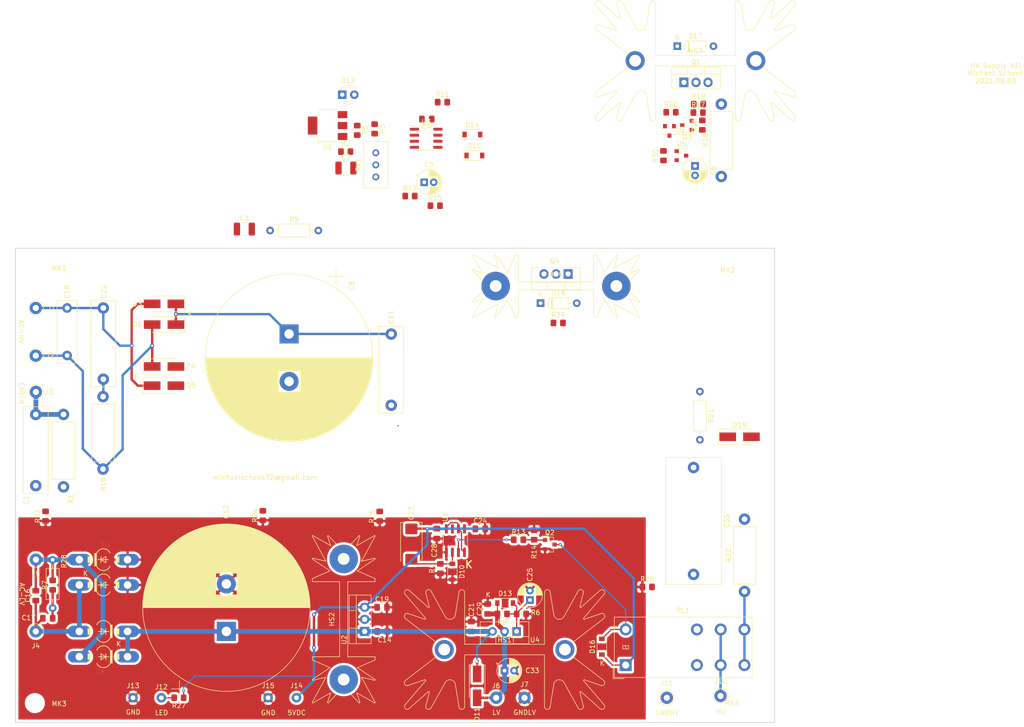
<source format=kicad_pcb>
(kicad_pcb (version 20171130) (host pcbnew "(5.1.10-0-10_14)")
  (layers (0 F.Cu signal) (31 B.Cu signal) (34 B.Paste user) (35 F.Paste user) (36 B.SilkS user) (37 F.SilkS user) (38 B.Mask user) (39 F.Mask user) (44 Edge.Cuts user))
  (net 0 "")
  (net 1 "Net-(C1-Pad1)")
  (net 2 GND_LV)
  (net 3 +5VDC)
  (net 4 "Net-(Q3-Pad1)")
  (net 5 GND_HV)
  (net 6 "Net-(Q2-Pad1)")
  (net 7 HV)
  (net 8 "Net-(C24-Pad1)")
  (net 9 "Net-(C11-Pad2)")
  (net 10 "Net-(C13-Pad1)")
  (net 11 "Net-(C23-Pad2)")
  (net 12 "Net-(C25-Pad1)")
  (net 13 "Net-(C29-Pad1)")
  (net 14 "Net-(J10-Pad1)")
  (net 15 "Net-(J12-Pad1)")
  (net 16 "Net-(R3-Pad2)")
  (net 17 "Net-(R13-Pad1)")
  (net 18 "Net-(C35-Pad1)")
  (net 19 "Net-(D16-Pad2)")
  (net 20 "Net-(C17-Pad2)")
  (net 21 "Net-(C22-Pad1)")
  (net 22 "Net-(C12-Pad1)")
  (net 23 "Net-(C16-Pad2)")
  (net 24 "Net-(C16-Pad1)")
  (net 25 "Net-(C18-Pad2)")
  (net 26 "Net-(C18-Pad1)")
  (net 27 "Net-(C2-Pad2)")
  (net 28 "Net-(C2-Pad1)")
  (net 29 "Net-(C4-Pad2)")
  (net 30 "Net-(C4-Pad1)")
  (net 31 "Net-(C5-Pad2)")
  (net 32 "Net-(C5-Pad1)")
  (net 33 "Net-(C6-Pad1)")
  (net 34 "Net-(D12-Pad1)")
  (net 35 "Net-(D17-Pad2)")
  (net 36 "Net-(D17-Pad1)")
  (net 37 "Net-(D18-Pad1)")
  (net 38 "Net-(Q3-Pad2)")
  (net 39 "Net-(Q5-Pad1)")
  (net 40 "Net-(R3-Pad1)")
  (net 41 "Net-(R11-Pad1)")
  (module Package_SO:SOIC-8_3.9x4.9mm_P1.27mm (layer F.Cu) (at 141.5654 21.9202)
    (fp_text reference U3 (at 0 -3.4) (layer F.SilkS))
    (fp_text value AD8031)
    (pad 8 smd roundrect (at 2.475 -1.905) (size 1.95 0.6) (layers F.Cu F.Paste F.Mask))
    (pad 7 smd roundrect (at 2.475 -0.635) (size 1.95 0.6) (layers F.Cu F.Paste F.Mask) (net 30 "Net-(C4-Pad1)"))
    (pad 6 smd roundrect (at 2.475 0.635) (size 1.95 0.6) (layers F.Cu F.Paste F.Mask) (net 32 "Net-(C5-Pad1)"))
    (pad 5 smd roundrect (at 2.475 1.905) (size 1.95 0.6) (layers F.Cu F.Paste F.Mask))
    (pad 4 smd roundrect (at -2.475 1.905) (size 1.95 0.6) (layers F.Cu F.Paste F.Mask) (net 29 "Net-(C4-Pad2)"))
    (pad 3 smd roundrect (at -2.475 0.635) (size 1.95 0.6) (layers F.Cu F.Paste F.Mask) (net 41 "Net-(R11-Pad1)"))
    (pad 2 smd roundrect (at -2.475 -0.635) (size 1.95 0.6) (layers F.Cu F.Paste F.Mask) (net 29 "Net-(C4-Pad2)"))
    (pad 1 smd roundrect (at -2.475 -1.905) (size 1.95 0.6) (layers F.Cu F.Paste F.Mask))
  )
  (module Package_TO_SOT_SMD:SOT-223-3_TabPin2 (layer F.Cu) (at 120.8024 19.2532 180)
    (fp_text reference U1 (at 0 -4.5) (layer F.SilkS))
    (fp_text value LT3092xST)
    (pad 1 smd rect (at -3.15 -2.3 180) (size 2 1.5) (layers F.Cu F.Paste F.Mask) (net 28 "Net-(C2-Pad1)"))
    (pad 3 smd rect (at -3.15 2.3 180) (size 2 1.5) (layers F.Cu F.Paste F.Mask) (net 34 "Net-(D12-Pad1)"))
    (pad 2 smd rect (at -3.15 0 180) (size 2 1.5) (layers F.Cu F.Paste F.Mask) (net 40 "Net-(R3-Pad1)"))
    (pad 2 smd rect (at 3.15 0 180) (size 2 3.8) (layers F.Cu F.Paste F.Mask) (net 40 "Net-(R3-Pad1)"))
  )
  (module Potentiometer_THT:Potentiometer_Bourns_3296W_Vertical (layer F.Cu) (at 130.9624 24.9936 90)
    (fp_text reference RV1 (at -2.54 -3.66 90) (layer F.SilkS))
    (fp_text value 5k)
    (pad 3 thru_hole circle (at -5.08 0 90) (size 1.44 1.44) (drill 0.8) (layers *.Cu *.Mask) (net 27 "Net-(C2-Pad2)"))
    (pad 2 thru_hole circle (at -2.54 0 90) (size 1.44 1.44) (drill 0.8) (layers *.Cu *.Mask) (net 27 "Net-(C2-Pad2)"))
    (pad 1 thru_hole circle (at 0 0 90) (size 1.44 1.44) (drill 0.8) (layers *.Cu *.Mask) (net 16 "Net-(R3-Pad2)"))
  )
  (module Resistor_SMD:R_0805_2012Metric_Pad1.20x1.40mm_HandSolder (layer F.Cu) (at 191.532 25.5905 90)
    (fp_text reference R30 (at 0 -1.65 90) (layer F.SilkS))
    (fp_text value "1k2 1/8W")
    (pad 2 smd roundrect (at 1 0 90) (size 1.2 1.4) (layers F.Cu F.Paste F.Mask) (roundrect_rratio 0.208333) (net 39 "Net-(Q5-Pad1)"))
    (pad 1 smd roundrect (at -1 0 90) (size 1.2 1.4) (layers F.Cu F.Paste F.Mask) (roundrect_rratio 0.208333) (net 37 "Net-(D18-Pad1)"))
  )
  (module Resistor_SMD:R_0805_2012Metric_Pad1.20x1.40mm_HandSolder (layer F.Cu) (at 169.3672 60.8076)
    (fp_text reference R29 (at 0 -1.65) (layer F.SilkS))
    (fp_text value "1k 1/8W")
    (pad 2 smd roundrect (at 1 0) (size 1.2 1.4) (layers F.Cu F.Paste F.Mask) (roundrect_rratio 0.208333) (net 37 "Net-(D18-Pad1)"))
    (pad 1 smd roundrect (at -1 0) (size 1.2 1.4) (layers F.Cu F.Paste F.Mask) (roundrect_rratio 0.208333) (net 30 "Net-(C4-Pad1)"))
  )
  (module Resistor_SMD:R_0805_2012Metric_Pad1.20x1.40mm_HandSolder (layer F.Cu) (at 193.1195 16.4465)
    (fp_text reference R20 (at 0 -1.65) (layer F.SilkS))
    (fp_text value "6R8 1/8W")
    (pad 2 smd roundrect (at 1 0) (size 1.2 1.4) (layers F.Cu F.Paste F.Mask) (roundrect_rratio 0.208333) (net 38 "Net-(Q3-Pad2)"))
    (pad 1 smd roundrect (at -1 0) (size 1.2 1.4) (layers F.Cu F.Paste F.Mask) (roundrect_rratio 0.208333) (net 29 "Net-(C4-Pad2)"))
  )
  (module Resistor_SMD:R_0805_2012Metric_Pad1.20x1.40mm_HandSolder (layer F.Cu) (at 198.898 14.732)
    (fp_text reference R19 (at 0 -1.65) (layer F.SilkS))
    (fp_text value "22R 1/8W")
    (pad 2 smd roundrect (at 1 0) (size 1.2 1.4) (layers F.Cu F.Paste F.Mask) (roundrect_rratio 0.208333) (net 35 "Net-(D17-Pad2)"))
    (pad 1 smd roundrect (at -1 0) (size 1.2 1.4) (layers F.Cu F.Paste F.Mask) (roundrect_rratio 0.208333) (net 33 "Net-(C6-Pad1)"))
  )
  (module Resistor_THT:R_Axial_DIN0414_L11.9mm_D4.5mm_P15.24mm_Horizontal (layer F.Cu) (at 203.708 29.972 90)
    (fp_text reference R18 (at 7.62 -3.37 90) (layer F.SilkS))
    (fp_text value 2.2R/2W)
    (pad 2 thru_hole oval (at 15.24 0 90) (size 2.4 2.4) (drill 1.2) (layers *.Cu *.Mask) (net 35 "Net-(D17-Pad2)"))
    (pad 1 thru_hole circle (at 0 0 90) (size 2.4 2.4) (drill 1.2) (layers *.Cu *.Mask) (net 29 "Net-(C4-Pad2)"))
  )
  (module Resistor_SMD:R_0805_2012Metric_Pad1.20x1.40mm_HandSolder (layer F.Cu) (at 198.8345 16.51)
    (fp_text reference R17 (at 0 -1.65) (layer F.SilkS))
    (fp_text value "22R 1/8W")
    (pad 2 smd roundrect (at 1 0) (size 1.2 1.4) (layers F.Cu F.Paste F.Mask) (roundrect_rratio 0.208333) (net 35 "Net-(D17-Pad2)"))
    (pad 1 smd roundrect (at -1 0) (size 1.2 1.4) (layers F.Cu F.Paste F.Mask) (roundrect_rratio 0.208333) (net 38 "Net-(Q3-Pad2)"))
  )
  (module Resistor_SMD:R_0805_2012Metric_Pad1.20x1.40mm_HandSolder (layer F.Cu) (at 199.7075 19.161 90)
    (fp_text reference R16 (at 0 -1.65 90) (layer F.SilkS))
    (fp_text value "1k 1/8W")
    (pad 2 smd roundrect (at 1 0 90) (size 1.2 1.4) (layers F.Cu F.Paste F.Mask) (roundrect_rratio 0.208333) (net 35 "Net-(D17-Pad2)"))
    (pad 1 smd roundrect (at -1 0 90) (size 1.2 1.4) (layers F.Cu F.Paste F.Mask) (roundrect_rratio 0.208333) (net 4 "Net-(Q3-Pad1)"))
  )
  (module Resistor_SMD:R_0805_2012Metric_Pad1.20x1.40mm_HandSolder (layer F.Cu) (at 143.4752 36.1188)
    (fp_text reference R15 (at 0 -1.65) (layer F.SilkS))
    (fp_text value "220R 1/8W")
    (pad 2 smd roundrect (at 1 0) (size 1.2 1.4) (layers F.Cu F.Paste F.Mask) (roundrect_rratio 0.208333) (net 36 "Net-(D17-Pad1)"))
    (pad 1 smd roundrect (at -1 0) (size 1.2 1.4) (layers F.Cu F.Paste F.Mask) (roundrect_rratio 0.208333) (net 31 "Net-(C5-Pad2)"))
  )
  (module Resistor_SMD:R_0805_2012Metric_Pad1.20x1.40mm_HandSolder (layer F.Cu) (at 138.16 34.0868)
    (fp_text reference R12 (at 0 -1.65) (layer F.SilkS))
    (fp_text value "3.9k 1/8W")
    (pad 2 smd roundrect (at 1 0) (size 1.2 1.4) (layers F.Cu F.Paste F.Mask) (roundrect_rratio 0.208333) (net 36 "Net-(D17-Pad1)"))
    (pad 1 smd roundrect (at -1 0) (size 1.2 1.4) (layers F.Cu F.Paste F.Mask) (roundrect_rratio 0.208333) (net 32 "Net-(C5-Pad1)"))
  )
  (module Resistor_SMD:R_0805_2012Metric_Pad1.20x1.40mm_HandSolder (layer F.Cu) (at 144.9992 14.3256)
    (fp_text reference R11 (at 0 -1.65) (layer F.SilkS))
    (fp_text value "100R 1/8W")
    (pad 2 smd roundrect (at 1 0) (size 1.2 1.4) (layers F.Cu F.Paste F.Mask) (roundrect_rratio 0.208333) (net 27 "Net-(C2-Pad2)"))
    (pad 1 smd roundrect (at -1 0) (size 1.2 1.4) (layers F.Cu F.Paste F.Mask) (roundrect_rratio 0.208333) (net 41 "Net-(R11-Pad1)"))
  )
  (module Resistor_SMD:R_0805_2012Metric_Pad1.20x1.40mm_HandSolder (layer F.Cu) (at 127.0508 20.2532 270)
    (fp_text reference R8 (at 0 -1.65 90) (layer F.SilkS))
    (fp_text value "1k5 1/8W")
    (pad 2 smd roundrect (at 1 0 270) (size 1.2 1.4) (layers F.Cu F.Paste F.Mask) (roundrect_rratio 0.208333) (net 27 "Net-(C2-Pad2)"))
    (pad 1 smd roundrect (at -1 0 270) (size 1.2 1.4) (layers F.Cu F.Paste F.Mask) (roundrect_rratio 0.208333) (net 40 "Net-(R3-Pad1)"))
  )
  (module Resistor_THT:R_Axial_DIN0207_L6.3mm_D2.5mm_P10.16mm_Horizontal (layer F.Cu) (at 108.712 41.3512)
    (fp_text reference R5 (at 5.08 -2.37) (layer F.SilkS))
    (fp_text value 220K/0.6W)
    (pad 2 thru_hole oval (at 10.16 0) (size 1.6 1.6) (drill 0.8) (layers *.Cu *.Mask) (net 5 GND_HV))
    (pad 1 thru_hole circle (at 0 0) (size 1.6 1.6) (drill 0.8) (layers *.Cu *.Mask) (net 27 "Net-(C2-Pad2)"))
  )
  (module Resistor_SMD:R_0805_2012Metric_Pad1.20x1.40mm_HandSolder (layer F.Cu) (at 130.7084 19.9484 270)
    (fp_text reference R3 (at 0 -1.65 90) (layer F.SilkS))
    (fp_text value "1k8 1/8W")
    (pad 2 smd roundrect (at 1 0 270) (size 1.2 1.4) (layers F.Cu F.Paste F.Mask) (roundrect_rratio 0.208333) (net 16 "Net-(R3-Pad2)"))
    (pad 1 smd roundrect (at -1 0 270) (size 1.2 1.4) (layers F.Cu F.Paste F.Mask) (roundrect_rratio 0.208333) (net 40 "Net-(R3-Pad1)"))
  )
  (module Resistor_SMD:R_0805_2012Metric_Pad1.20x1.40mm_HandSolder (layer F.Cu) (at 124.6284 24.7396)
    (fp_text reference R2 (at 0 -1.65) (layer F.SilkS))
    (fp_text value "56k 1/8W")
    (pad 2 smd roundrect (at 1 0) (size 1.2 1.4) (layers F.Cu F.Paste F.Mask) (roundrect_rratio 0.208333) (net 27 "Net-(C2-Pad2)"))
    (pad 1 smd roundrect (at -1 0) (size 1.2 1.4) (layers F.Cu F.Paste F.Mask) (roundrect_rratio 0.208333) (net 28 "Net-(C2-Pad1)"))
  )
  (module Package_TO_SOT_SMD:SOT-23 (layer F.Cu) (at 192.7885 20.3675 270)
    (fp_text reference Q6 (at 0 -2.5 90) (layer F.SilkS))
    (fp_text value BC850)
    (pad 3 smd rect (at 1 0 270) (size 0.9 0.8) (layers F.Cu F.Paste F.Mask) (net 39 "Net-(Q5-Pad1)"))
    (pad 2 smd rect (at -1 0.95 270) (size 0.9 0.8) (layers F.Cu F.Paste F.Mask) (net 29 "Net-(C4-Pad2)"))
    (pad 1 smd rect (at -1 -0.95 270) (size 0.9 0.8) (layers F.Cu F.Paste F.Mask) (net 33 "Net-(C6-Pad1)"))
  )
  (module Package_TO_SOT_SMD:SOT-23 (layer F.Cu) (at 195.31 25.588)
    (fp_text reference Q5 (at 0 -2.5) (layer F.SilkS))
    (fp_text value BC860)
    (pad 3 smd rect (at 1 0) (size 0.9 0.8) (layers F.Cu F.Paste F.Mask) (net 33 "Net-(C6-Pad1)"))
    (pad 2 smd rect (at -1 0.95) (size 0.9 0.8) (layers F.Cu F.Paste F.Mask) (net 37 "Net-(D18-Pad1)"))
    (pad 1 smd rect (at -1 -0.95) (size 0.9 0.8) (layers F.Cu F.Paste F.Mask) (net 39 "Net-(Q5-Pad1)"))
  )
  (module Package_TO_SOT_SMD:SOT-23 (layer F.Cu) (at 196.485 19.1795 180)
    (fp_text reference Q3 (at 0 -2.5) (layer F.SilkS))
    (fp_text value BC850)
    (pad 3 smd rect (at 1 0 180) (size 0.9 0.8) (layers F.Cu F.Paste F.Mask) (net 36 "Net-(D17-Pad1)"))
    (pad 2 smd rect (at -1 0.95 180) (size 0.9 0.8) (layers F.Cu F.Paste F.Mask) (net 38 "Net-(Q3-Pad2)"))
    (pad 1 smd rect (at -1 -0.95 180) (size 0.9 0.8) (layers F.Cu F.Paste F.Mask) (net 4 "Net-(Q3-Pad1)"))
  )
  (module Package_TO_SOT_THT:TO-220-3_Vertical (layer F.Cu) (at 195.834 10.16)
    (fp_text reference Q1 (at 2.54 -4.27) (layer F.SilkS))
    (fp_text value FDP12N60NZ)
    (pad 3 thru_hole oval (at 5.08 0) (size 1.905 2) (drill 1.1) (layers *.Cu *.Mask) (net 35 "Net-(D17-Pad2)"))
    (pad 2 thru_hole oval (at 2.54 0) (size 1.905 2) (drill 1.1) (layers *.Cu *.Mask) (net 9 "Net-(C11-Pad2)"))
    (pad 1 thru_hole rect (at 0 0) (size 1.905 2) (drill 1.1) (layers *.Cu *.Mask) (net 36 "Net-(D17-Pad1)"))
  )
  (module Heatsink:Heatsink_Fischer_SK104-STC-STIC_35x13mm_2xDrill2.5mm (layer F.Cu) (at 168.91 53.0352)
    (fp_text reference HS4 (at -0.025 -2.5) (layer F.SilkS))
    (fp_text value Heatsink)
    (pad 1 thru_hole circle (at -12.7 0 180) (size 6 6) (drill 2.5) (layers *.Cu *.Mask))
    (pad 1 thru_hole circle (at 12.7 0) (size 6 6) (drill 2.5) (layers *.Cu *.Mask))
  )
  (module Heatsink:Heatsink_Fischer_SK129-STS_42x25mm_2xDrill2.5mm (layer F.Cu) (at 198.2724 5.588)
    (fp_text reference HS3 (at 0 -2) (layer F.SilkS))
    (fp_text value Heatsink)
    (pad 1 thru_hole circle (at -12.7 0 180) (size 4 4) (drill 2.5) (layers *.Cu *.Mask))
    (pad 1 thru_hole circle (at 12.7 0) (size 4 4) (drill 2.5) (layers *.Cu *.Mask))
  )
  (module Diode_SMD:D_SMA_Handsoldering (layer F.Cu) (at 207.558 84.7725)
    (fp_text reference D19 (at 0 -2.5) (layer F.SilkS))
    (fp_text value 1N4007)
    (pad 2 smd rect (at 2.5 0) (size 3.5 1.8) (layers F.Cu F.Paste F.Mask) (net 5 GND_HV))
    (pad 1 smd rect (at -2.5 0) (size 3.5 1.8) (layers F.Cu F.Paste F.Mask) (net 29 "Net-(C4-Pad2)"))
  )
  (module Diode_THT:D_DO-35_SOD27_P7.62mm_Horizontal (layer F.Cu) (at 165.6588 56.642)
    (fp_text reference D18 (at 3.81 -2.12) (layer F.SilkS))
    (fp_text value BZX79C5V6)
    (fp_text user K (at 0 -1.8) (layer F.SilkS))
    (pad 2 thru_hole oval (at 7.62 0) (size 1.6 1.6) (drill 0.8) (layers *.Cu *.Mask) (net 29 "Net-(C4-Pad2)"))
    (pad 1 thru_hole rect (at 0 0) (size 1.6 1.6) (drill 0.8) (layers *.Cu *.Mask) (net 37 "Net-(D18-Pad1)"))
  )
  (module Diode_THT:D_DO-35_SOD27_P7.62mm_Horizontal (layer F.Cu) (at 194.437 2.54)
    (fp_text reference D17 (at 3.81 -2.12) (layer F.SilkS))
    (fp_text value BZX79C12)
    (fp_text user K (at 0 -1.8) (layer F.SilkS))
    (pad 2 thru_hole oval (at 7.62 0) (size 1.6 1.6) (drill 0.8) (layers *.Cu *.Mask) (net 35 "Net-(D17-Pad2)"))
    (pad 1 thru_hole rect (at 0 0) (size 1.6 1.6) (drill 0.8) (layers *.Cu *.Mask) (net 36 "Net-(D17-Pad1)"))
  )
  (module Diode_SMD:D_SOD-123 (layer F.Cu) (at 151.7132 25.5524)
    (fp_text reference D15 (at 0 -2) (layer F.SilkS))
    (fp_text value BAT42W-V)
    (pad 2 smd rect (at 1.65 0) (size 0.9 1.2) (layers F.Cu F.Paste F.Mask) (net 29 "Net-(C4-Pad2)"))
    (pad 1 smd rect (at -1.65 0) (size 0.9 1.2) (layers F.Cu F.Paste F.Mask) (net 27 "Net-(C2-Pad2)"))
  )
  (module Diode_SMD:D_SOD-123 (layer F.Cu) (at 151.3068 21.1328)
    (fp_text reference D14 (at 0 -2) (layer F.SilkS))
    (fp_text value BAT42W-V)
    (pad 2 smd rect (at 1.65 0) (size 0.9 1.2) (layers F.Cu F.Paste F.Mask) (net 27 "Net-(C2-Pad2)"))
    (pad 1 smd rect (at -1.65 0) (size 0.9 1.2) (layers F.Cu F.Paste F.Mask) (net 29 "Net-(C4-Pad2)"))
  )
  (module LED_THT:LED_D3.0mm (layer F.Cu) (at 123.9012 12.7508)
    (fp_text reference D12 (at 1.27 -2.96) (layer F.SilkS))
    (fp_text value LED)
    (pad 2 thru_hole circle (at 2.54 0) (size 1.8 1.8) (drill 0.9) (layers *.Cu *.Mask) (net 30 "Net-(C4-Pad1)"))
    (pad 1 thru_hole rect (at 0 0) (size 1.8 1.8) (drill 0.9) (layers *.Cu *.Mask) (net 34 "Net-(D12-Pad1)"))
  )
  (module Capacitor_THT:C_Rect_L26.5mm_W11.5mm_P22.50mm_MKS4 (layer F.Cu) (at 197.866 91.2495 270)
    (fp_text reference C35 (at 11.25 -7 90) (layer F.SilkS))
    (fp_text value 1uF/630V)
    (pad 2 thru_hole circle (at 22.5 0 270) (size 2.4 2.4) (drill 1.2) (layers *.Cu *.Mask) (net 5 GND_HV))
    (pad 1 thru_hole circle (at 0 0 270) (size 2.4 2.4) (drill 1.2) (layers *.Cu *.Mask) (net 18 "Net-(C35-Pad1)"))
  )
  (module Capacitor_THT:CP_Radial_D5.0mm_P2.00mm (layer F.Cu) (at 198.1835 27.7495 270)
    (fp_text reference C6 (at 1 -3.75 90) (layer F.SilkS))
    (fp_text value 10uF/35V)
    (pad 2 thru_hole circle (at 2 0 270) (size 1.6 1.6) (drill 0.8) (layers *.Cu *.Mask) (net 29 "Net-(C4-Pad2)"))
    (pad 1 thru_hole rect (at 0 0 270) (size 1.6 1.6) (drill 0.8) (layers *.Cu *.Mask) (net 33 "Net-(C6-Pad1)"))
  )
  (module Capacitor_THT:CP_Radial_D5.0mm_P2.00mm (layer F.Cu) (at 141.1544 31.1912)
    (fp_text reference C5 (at 1 -3.75) (layer F.SilkS))
    (fp_text value 33uF/35V)
    (pad 2 thru_hole circle (at 2 0) (size 1.6 1.6) (drill 0.8) (layers *.Cu *.Mask) (net 31 "Net-(C5-Pad2)"))
    (pad 1 thru_hole rect (at 0 0) (size 1.6 1.6) (drill 0.8) (layers *.Cu *.Mask) (net 32 "Net-(C5-Pad1)"))
  )
  (module Capacitor_SMD:C_0805_2012Metric_Pad1.18x1.45mm_HandSolder (layer F.Cu) (at 141.7105 17.8816 180)
    (fp_text reference C4 (at 0 -1.68) (layer F.SilkS))
    (fp_text value 1uF/50V)
    (pad 2 smd roundrect (at 1.0375 0 180) (size 1.175 1.45) (layers F.Cu F.Paste F.Mask) (roundrect_rratio 0.212766) (net 29 "Net-(C4-Pad2)"))
    (pad 1 smd roundrect (at -1.0375 0 180) (size 1.175 1.45) (layers F.Cu F.Paste F.Mask) (roundrect_rratio 0.212766) (net 30 "Net-(C4-Pad1)"))
  )
  (module Capacitor_SMD:C_1210_3225Metric_Pad1.33x2.70mm_HandSolder (layer F.Cu) (at 103.2887 41.0464)
    (fp_text reference C3 (at 0 -2.3) (layer F.SilkS))
    (fp_text value 47nF/630V)
    (pad 2 smd roundrect (at 1.5625 0) (size 1.325 2.7) (layers F.Cu F.Paste F.Mask) (roundrect_rratio 0.188679) (net 5 GND_HV))
    (pad 1 smd roundrect (at -1.5625 0) (size 1.325 2.7) (layers F.Cu F.Paste F.Mask) (roundrect_rratio 0.188679) (net 27 "Net-(C2-Pad2)"))
  )
  (module Capacitor_SMD:C_1210_3225Metric_Pad1.33x2.70mm_HandSolder (layer F.Cu) (at 124.6755 28.194)
    (fp_text reference C2 (at 0 -2.3) (layer F.SilkS))
    (fp_text value 3.3uF/50V)
    (pad 2 smd roundrect (at 1.5625 0) (size 1.325 2.7) (layers F.Cu F.Paste F.Mask) (roundrect_rratio 0.188679) (net 27 "Net-(C2-Pad2)"))
    (pad 1 smd roundrect (at -1.5625 0) (size 1.325 2.7) (layers F.Cu F.Paste F.Mask) (roundrect_rratio 0.188679) (net 28 "Net-(C2-Pad1)"))
  )
  (module Resistor_THT:R_Axial_DIN0207_L6.3mm_D2.5mm_P10.16mm_Horizontal (layer F.Cu) (at 62.9285 120.8405 90)
    (fp_text reference R28 (at 9.8425 2.413 90) (layer F.SilkS))
    (fp_text value Rs/0.6W)
    (pad 2 thru_hole oval (at 10.16 0 90) (size 1.6 1.6) (drill 0.8) (layers *.Cu *.Mask) (net 23 "Net-(C16-Pad2)"))
    (pad 1 thru_hole circle (at 0 0 90) (size 1.6 1.6) (drill 0.8) (layers *.Cu *.Mask) (net 20 "Net-(C17-Pad2)"))
  )
  (module Capacitor_THT:C_Rect_L18.0mm_W5.0mm_P15.00mm_FKS3_FKP3 (layer F.Cu) (at 73.5965 72.658 90)
    (fp_text reference C22 (at 18.429 0.127 90) (layer F.SilkS))
    (fp_text value Cs/150nF/630V)
    (pad 2 thru_hole circle (at 15 0 90) (size 2.4 2.4) (drill 1.2) (layers *.Cu *.Mask) (net 25 "Net-(C18-Pad2)"))
    (pad 1 thru_hole circle (at 0 0 90) (size 2.4 2.4) (drill 1.2) (layers *.Cu *.Mask) (net 21 "Net-(C22-Pad1)"))
  )
  (module Resistor_THT:R_Axial_DIN0414_L11.9mm_D4.5mm_P15.24mm_Horizontal (layer F.Cu) (at 73.533 76.327 270)
    (fp_text reference R10 (at 18.4785 -0.127 90) (layer F.SilkS))
    (fp_text value Rs/2W)
    (pad 2 thru_hole oval (at 15.24 0 270) (size 2.4 2.4) (drill 1.2) (layers *.Cu *.Mask) (net 26 "Net-(C18-Pad1)"))
    (pad 1 thru_hole circle (at 0 0 270) (size 2.4 2.4) (drill 1.2) (layers *.Cu *.Mask) (net 21 "Net-(C22-Pad1)"))
  )
  (module Capacitor_THT:C_Rect_L13.0mm_W4.0mm_P10.00mm_FKS3_FKP3_MKS4 (layer F.Cu) (at 65.9765 67.658 90)
    (fp_text reference C18 (at 13.3655 0 90) (layer F.SilkS))
    (fp_text value Cx/10nF/630V)
    (pad 2 thru_hole circle (at 10 0 90) (size 2 2) (drill 1) (layers *.Cu *.Mask) (net 25 "Net-(C18-Pad2)"))
    (pad 1 thru_hole circle (at 0 0 90) (size 2 2) (drill 1) (layers *.Cu *.Mask) (net 26 "Net-(C18-Pad1)"))
  )
  (module Resistor_SMD:R_0805_2012Metric_Pad1.20x1.40mm_HandSolder (layer F.Cu) (at 62.9285 115.9985 90)
    (fp_text reference R7 (at 0 -1.65 90) (layer F.SilkS))
    (fp_text value Rs/1/8W)
    (pad 2 smd roundrect (at 1 0 90) (size 1.2 1.4) (layers F.Cu F.Paste F.Mask) (roundrect_rratio 0.2083325) (net 23 "Net-(C16-Pad2)"))
    (pad 1 smd roundrect (at -1 0 90) (size 1.2 1.4) (layers F.Cu F.Paste F.Mask) (roundrect_rratio 0.2083325) (net 20 "Net-(C17-Pad2)"))
  )
  (module Capacitor_SMD:C_0805_2012Metric_Pad1.18x1.45mm_HandSolder (layer F.Cu) (at 61.891 122.9995)
    (fp_text reference C17 (at -4.022 -0.127) (layer F.SilkS))
    (fp_text value Cs/150nF/50V)
    (pad 2 smd roundrect (at 1.0375 0) (size 1.175 1.45) (layers F.Cu F.Paste F.Mask) (roundrect_rratio 0.2127659574468085) (net 20 "Net-(C17-Pad2)"))
    (pad 1 smd roundrect (at -1.0375 0) (size 1.175 1.45) (layers F.Cu F.Paste F.Mask) (roundrect_rratio 0.2127659574468085) (net 24 "Net-(C16-Pad1)"))
  )
  (module Capacitor_SMD:C_0805_2012Metric_Pad1.18x1.45mm_HandSolder (layer F.Cu) (at 59.3725 118.2155 90)
    (fp_text reference C16 (at 0 -1.68 90) (layer F.SilkS))
    (fp_text value Cx/10nF/50V)
    (pad 2 smd roundrect (at 1.0375 0 90) (size 1.175 1.45) (layers F.Cu F.Paste F.Mask) (roundrect_rratio 0.2127659574468085) (net 23 "Net-(C16-Pad2)"))
    (pad 1 smd roundrect (at -1.0375 0 90) (size 1.175 1.45) (layers F.Cu F.Paste F.Mask) (roundrect_rratio 0.2127659574468085) (net 24 "Net-(C16-Pad1)"))
  )
  (module Heatsink:Heatsink_Fischer_SK104-STC-STIC_35x13mm_2xDrill2.5mm (layer F.Cu) (at 124.206 123.19 90)
    (fp_text reference HS2 (at -0.025 -2.5 90) (layer F.SilkS))
    (fp_text value Heatsink)
    (pad 1 thru_hole circle (at -12.7 0 270) (size 6 6) (drill 2.5) (layers *.Cu *.Mask))
    (pad 1 thru_hole circle (at 12.7 0 90) (size 6 6) (drill 2.5) (layers *.Cu *.Mask))
  )
  (module Package_TO_SOT_SMD:SOT-23 (layer F.Cu) (at 167.602 107.465)
    (fp_text reference Q2 (at 0 -2.5) (layer F.SilkS))
    (fp_text value MMBT3904-TP)
    (pad 3 smd rect (at 1 0) (size 0.9 0.8) (layers F.Cu F.Paste F.Mask) (net 19 "Net-(D16-Pad2)"))
    (pad 2 smd rect (at -1 0.95) (size 0.9 0.8) (layers F.Cu F.Paste F.Mask) (net 2 GND_LV))
    (pad 1 smd rect (at -1 -0.95) (size 0.9 0.8) (layers F.Cu F.Paste F.Mask) (net 6 "Net-(Q2-Pad1)"))
  )
  (module Capacitor_THT:CP_Radial_D35.0mm_P10.00mm_SnapIn (layer F.Cu) (at 99.5045 125.753 90)
    (fp_text reference C12 (at 25.169 -0.0635 90) (layer F.SilkS))
    (fp_text value 22000uF/25V)
    (pad 2 thru_hole circle (at 10 0 90) (size 4 4) (drill 2) (layers *.Cu *.Mask) (net 2 GND_LV))
    (pad 1 thru_hole rect (at 0 0 90) (size 4 4) (drill 2) (layers *.Cu *.Mask) (net 22 "Net-(C12-Pad1)"))
  )
  (module Package_TO_SOT_THT:TO-220-3_Vertical (layer F.Cu) (at 128.613 125.753 90)
    (fp_text reference U2 (at -1.778 -4.318 90) (layer F.SilkS))
    (fp_text value LM7805_TO220)
    (pad 1 thru_hole rect (at 0 0 90) (size 1.905 2) (drill 1.1) (layers *.Cu *.Mask) (net 22 "Net-(C12-Pad1)"))
    (pad 2 thru_hole oval (at 2.54 0 90) (size 1.905 2) (drill 1.1) (layers *.Cu *.Mask) (net 2 GND_LV))
    (pad 3 thru_hole oval (at 5.08 0 90) (size 1.905 2) (drill 1.1) (layers *.Cu *.Mask) (net 3 +5VDC))
  )
  (module Heatsink:Heatsink_Fischer_SK129-STS_42x25mm_2xDrill2.5mm (layer F.Cu) (at 158.077 129.563)
    (fp_text reference HS1 (at 0 -2) (layer F.SilkS))
    (fp_text value Heatsink)
    (pad 1 thru_hole circle (at -12.7 0 180) (size 4 4) (drill 2.5) (layers *.Cu *.Mask))
    (pad 1 thru_hole circle (at 12.7 0) (size 4 4) (drill 2.5) (layers *.Cu *.Mask))
  )
  (module Diode_SMD:D_SMA_Handsoldering (layer F.Cu) (at 152.2985 137.223 270)
    (fp_text reference D11 (at 5.9695 0.0255 90) (layer F.SilkS))
    (fp_text value 1N4007)
    (pad 2 smd rect (at 2.5 0 270) (size 3.5 1.8) (layers F.Cu F.Paste F.Mask) (net 13 "Net-(C29-Pad1)"))
    (pad 1 smd rect (at -2.5 0 270) (size 3.5 1.8) (layers F.Cu F.Paste F.Mask) (net 22 "Net-(C12-Pad1)"))
  )
  (module Resistor_THT:R_Axial_DIN0414_L11.9mm_D4.5mm_P15.24mm_Horizontal (layer F.Cu) (at 208.5975 117.348 90)
    (fp_text reference R22 (at 7.62 -3.37 90) (layer F.SilkS))
    (fp_text value 330R/2W)
    (pad 2 thru_hole oval (at 15.24 0 90) (size 2.4 2.4) (drill 1.2) (layers *.Cu *.Mask) (net 29 "Net-(C4-Pad2)"))
    (pad 1 thru_hole circle (at 0 0 90) (size 2.4 2.4) (drill 1.2) (layers *.Cu *.Mask) (net 7 HV))
  )
  (module kicad-snk:SOD64-10 (layer F.Cu) (at 73.622 110.64)
    (fp_text reference D2 (at 0.63569 -3.17845) (layer F.SilkS) (effects (font (size 1.001087 1.001087) (thickness 0.015))))
    (fp_text value BYV98-200)
    (pad 1 thru_hole oval (at -5.08 0) (size 4.8006 2.4003) (drill 1.6002) (layers *.Cu *.Mask) (net 23 "Net-(C16-Pad2)"))
    (pad 2 thru_hole oval (at 5.08 0) (size 4.8006 2.4003) (drill 1.6002) (layers *.Cu *.Mask) (net 2 GND_LV))
  )
  (module kicad-snk:SOD64-10 (layer F.Cu) (at 73.622 131.087 180)
    (fp_text reference D8 (at 0.63569 -3.17845) (layer F.SilkS) (effects (font (size 1.001087 1.001087) (thickness 0.015))))
    (fp_text value BYV98-200)
    (pad 1 thru_hole oval (at -5.08 0 180) (size 4.8006 2.4003) (drill 1.6002) (layers *.Cu *.Mask) (net 22 "Net-(C12-Pad1)"))
    (pad 2 thru_hole oval (at 5.08 0 180) (size 4.8006 2.4003) (drill 1.6002) (layers *.Cu *.Mask) (net 23 "Net-(C16-Pad2)"))
  )
  (module kicad-snk:SOD64-10 (layer F.Cu) (at 73.622 125.753 180)
    (fp_text reference D7 (at 0.63569 -3.17845) (layer F.SilkS) (effects (font (size 1.001087 1.001087) (thickness 0.015))))
    (fp_text value BYV98-200)
    (pad 1 thru_hole oval (at -5.08 0 180) (size 4.8006 2.4003) (drill 1.6002) (layers *.Cu *.Mask) (net 22 "Net-(C12-Pad1)"))
    (pad 2 thru_hole oval (at 5.08 0 180) (size 4.8006 2.4003) (drill 1.6002) (layers *.Cu *.Mask) (net 24 "Net-(C16-Pad1)"))
  )
  (module kicad-snk:SOD64-10 (layer F.Cu) (at 73.622 115.974)
    (fp_text reference D1 (at 0.63569 -3.17845) (layer F.SilkS) (effects (font (size 1.001087 1.001087) (thickness 0.015))))
    (fp_text value BYV98-200)
    (pad 1 thru_hole oval (at -5.08 0) (size 4.8006 2.4003) (drill 1.6002) (layers *.Cu *.Mask) (net 24 "Net-(C16-Pad1)"))
    (pad 2 thru_hole oval (at 5.08 0) (size 4.8006 2.4003) (drill 1.6002) (layers *.Cu *.Mask) (net 2 GND_LV))
  )
  (module Diode_SMD:D_SOD-123 (layer F.Cu) (at 158.203 119.784)
    (fp_text reference D13 (at 0 -2) (layer F.SilkS))
    (fp_text value 1N4148W)
    (pad 2 smd rect (at 1.65 0) (size 0.9 1.2) (layers F.Cu F.Paste F.Mask) (net 12 "Net-(C25-Pad1)"))
    (pad 1 smd rect (at -1.65 0) (size 0.9 1.2) (layers F.Cu F.Paste F.Mask) (net 13 "Net-(C29-Pad1)"))
  )
  (module Capacitor_THT:CP_Radial_D5.0mm_P2.00mm (layer F.Cu) (at 163.411 119.149 90)
    (fp_text reference C25 (at 5.334 0 90) (layer F.SilkS))
    (fp_text value 10uF/25V)
    (pad 2 thru_hole circle (at 2 0 90) (size 1.6 1.6) (drill 0.8) (layers *.Cu *.Mask) (net 2 GND_LV))
    (pad 1 thru_hole rect (at 0 0 90) (size 1.6 1.6) (drill 0.8) (layers *.Cu *.Mask) (net 12 "Net-(C25-Pad1)"))
  )
  (module Resistor_SMD:R_0805_2012Metric_Pad1.20x1.40mm_HandSolder (layer F.Cu) (at 61.43 101.48 90)
    (fp_text reference R23 (at 0 -1.65 90) (layer F.SilkS))
    (fp_text value 1R/0.5W)
    (pad 2 smd roundrect (at 1 0 90) (size 1.2 1.4) (layers F.Cu F.Paste F.Mask) (roundrect_rratio 0.2083325) (net 5 GND_HV))
    (pad 1 smd roundrect (at -1 0 90) (size 1.2 1.4) (layers F.Cu F.Paste F.Mask) (roundrect_rratio 0.2083325) (net 2 GND_LV))
  )
  (module Resistor_THT:R_Axial_DIN0414_L11.9mm_D4.5mm_P15.24mm_Horizontal (layer F.Cu) (at 65.2145 80.0735 270)
    (fp_text reference R1 (at 17.78 -1.524 90) (layer F.SilkS))
    (fp_text value 100R/2W)
    (pad 2 thru_hole oval (at 15.24 0 270) (size 2.4 2.4) (drill 1.2) (layers *.Cu *.Mask) (net 5 GND_HV))
    (pad 1 thru_hole circle (at 0 0 270) (size 2.4 2.4) (drill 1.2) (layers *.Cu *.Mask) (net 1 "Net-(C1-Pad1)"))
  )
  (module Diode_SMD:D_SMA_Handsoldering (layer F.Cu) (at 86.3835 69.977)
    (fp_text reference D4 (at 5.637 -0.104) (layer F.SilkS))
    (fp_text value BYG20J)
    (pad 2 smd rect (at 2.5 0) (size 3.5 1.8) (layers F.Cu F.Paste F.Mask) (net 5 GND_HV))
    (pad 1 smd rect (at -2.5 0) (size 3.5 1.8) (layers F.Cu F.Paste F.Mask) (net 26 "Net-(C18-Pad1)"))
  )
  (module Diode_SMD:D_SMA_Handsoldering (layer F.Cu) (at 86.3835 61.1505 180)
    (fp_text reference D6 (at 5.548 0.0635) (layer F.SilkS))
    (fp_text value BYG20J)
    (pad 2 smd rect (at 2.5 0 180) (size 3.5 1.8) (layers F.Cu F.Paste F.Mask) (net 26 "Net-(C18-Pad1)"))
    (pad 1 smd rect (at -2.5 0 180) (size 3.5 1.8) (layers F.Cu F.Paste F.Mask) (net 9 "Net-(C11-Pad2)"))
  )
  (module Diode_SMD:D_SMA_Handsoldering (layer F.Cu) (at 86.3709 74.0132)
    (fp_text reference D5 (at 5.7676 -0.0992) (layer F.SilkS))
    (fp_text value BYG20J)
    (pad 2 smd rect (at 2.5 0) (size 3.5 1.8) (layers F.Cu F.Paste F.Mask) (net 5 GND_HV))
    (pad 1 smd rect (at -2.5 0) (size 3.5 1.8) (layers F.Cu F.Paste F.Mask) (net 25 "Net-(C18-Pad2)"))
  )
  (module Diode_SMD:D_SMA_Handsoldering (layer F.Cu) (at 86.3709 56.792 180)
    (fp_text reference D3 (at 5.637 0.023) (layer F.SilkS))
    (fp_text value BYG20J)
    (pad 2 smd rect (at 2.5 0 180) (size 3.5 1.8) (layers F.Cu F.Paste F.Mask) (net 25 "Net-(C18-Pad2)"))
    (pad 1 smd rect (at -2.5 0 180) (size 3.5 1.8) (layers F.Cu F.Paste F.Mask) (net 9 "Net-(C11-Pad2)"))
  )
  (module Package_SO:SOIC-8_3.9x4.9mm_P1.27mm (layer F.Cu) (at 147.7265 106.638 90)
    (fp_text reference U6 (at 5.015 -2.159 90) (layer F.SilkS))
    (fp_text value TLC555CDR)
    (pad 8 smd roundrect (at 2.475 -1.905 90) (size 1.95 0.6) (layers F.Cu F.Paste F.Mask) (net 3 +5VDC))
    (pad 7 smd roundrect (at 2.475 -0.635 90) (size 1.95 0.6) (layers F.Cu F.Paste F.Mask))
    (pad 6 smd roundrect (at 2.475 0.635 90) (size 1.95 0.6) (layers F.Cu F.Paste F.Mask) (net 3 +5VDC))
    (pad 5 smd roundrect (at 2.475 1.905 90) (size 1.95 0.6) (layers F.Cu F.Paste F.Mask) (net 8 "Net-(C24-Pad1)"))
    (pad 4 smd roundrect (at -2.475 1.905 90) (size 1.95 0.6) (layers F.Cu F.Paste F.Mask) (net 3 +5VDC))
    (pad 3 smd roundrect (at -2.475 0.635 90) (size 1.95 0.6) (layers F.Cu F.Paste F.Mask) (net 17 "Net-(R13-Pad1)"))
    (pad 2 smd roundrect (at -2.475 -0.635 90) (size 1.95 0.6) (layers F.Cu F.Paste F.Mask) (net 11 "Net-(C23-Pad2)"))
    (pad 1 smd roundrect (at -2.475 -1.905 90) (size 1.95 0.6) (layers F.Cu F.Paste F.Mask) (net 2 GND_LV))
  )
  (module Package_TO_SOT_THT:TO-220-3_Vertical (layer F.Cu) (at 171.45 50.4952 180)
    (fp_text reference Q4 (at 2.832 2.771) (layer F.SilkS))
    (fp_text value IXTP1R6N50D2)
    (pad 3 thru_hole oval (at 5.08 0 180) (size 1.905 2) (drill 1.1) (layers *.Cu *.Mask) (net 30 "Net-(C4-Pad1)"))
    (pad 2 thru_hole oval (at 2.54 0 180) (size 1.905 2) (drill 1.1) (layers *.Cu *.Mask) (net 9 "Net-(C11-Pad2)"))
    (pad 1 thru_hole rect (at 0 0 180) (size 1.905 2) (drill 1.1) (layers *.Cu *.Mask) (net 37 "Net-(D18-Pad1)"))
  )
  (module Resistor_SMD:R_0805_2012Metric_Pad1.20x1.40mm_HandSolder (layer F.Cu) (at 188.103 116.3955)
    (fp_text reference R26 (at 0 -1.65) (layer F.SilkS))
    (fp_text value 1R/0.5W)
    (pad 2 smd roundrect (at 1 0) (size 1.2 1.4) (layers F.Cu F.Paste F.Mask) (roundrect_rratio 0.2083325) (net 5 GND_HV))
    (pad 1 smd roundrect (at -1 0) (size 1.2 1.4) (layers F.Cu F.Paste F.Mask) (roundrect_rratio 0.2083325) (net 2 GND_LV))
  )
  (module Resistor_SMD:R_0805_2012Metric_Pad1.20x1.40mm_HandSolder (layer F.Cu) (at 131.788 101.512 90)
    (fp_text reference R25 (at 0 -1.65 90) (layer F.SilkS))
    (fp_text value 1R/0.5W)
    (pad 2 smd roundrect (at 1 0 90) (size 1.2 1.4) (layers F.Cu F.Paste F.Mask) (roundrect_rratio 0.2083325) (net 5 GND_HV))
    (pad 1 smd roundrect (at -1 0 90) (size 1.2 1.4) (layers F.Cu F.Paste F.Mask) (roundrect_rratio 0.2083325) (net 2 GND_LV))
  )
  (module Resistor_SMD:R_0805_2012Metric_Pad1.20x1.40mm_HandSolder (layer F.Cu) (at 107.188 101.362 90)
    (fp_text reference R24 (at 0 -1.65 90) (layer F.SilkS))
    (fp_text value 1R/0.5W)
    (pad 2 smd roundrect (at 1 0 90) (size 1.2 1.4) (layers F.Cu F.Paste F.Mask) (roundrect_rratio 0.2083325) (net 5 GND_HV))
    (pad 1 smd roundrect (at -1 0 90) (size 1.2 1.4) (layers F.Cu F.Paste F.Mask) (roundrect_rratio 0.2083325) (net 2 GND_LV))
  )
  (module Resistor_SMD:R_0805_2012Metric_Pad1.20x1.40mm_HandSolder (layer F.Cu) (at 157.585 122.07)
    (fp_text reference R9 (at -0.016 1.778) (layer F.SilkS))
    (fp_text value "240R 1/8W")
    (pad 2 smd roundrect (at 1 0) (size 1.2 1.4) (layers F.Cu F.Paste F.Mask) (roundrect_rratio 0.2083325) (net 12 "Net-(C25-Pad1)"))
    (pad 1 smd roundrect (at -1 0) (size 1.2 1.4) (layers F.Cu F.Paste F.Mask) (roundrect_rratio 0.2083325) (net 13 "Net-(C29-Pad1)"))
  )
  (module Resistor_SMD:R_0805_2012Metric_Pad1.20x1.40mm_HandSolder (layer F.Cu) (at 161.617 122.07)
    (fp_text reference R6 (at 2.975 -0.277) (layer F.SilkS))
    (fp_text value "976R 1/8W")
    (pad 2 smd roundrect (at 1 0) (size 1.2 1.4) (layers F.Cu F.Paste F.Mask) (roundrect_rratio 0.2083325) (net 2 GND_LV))
    (pad 1 smd roundrect (at -1 0) (size 1.2 1.4) (layers F.Cu F.Paste F.Mask) (roundrect_rratio 0.2083325) (net 12 "Net-(C25-Pad1)"))
  )
  (module Resistor_SMD:R_0805_2012Metric_Pad1.20x1.40mm_HandSolder (layer F.Cu) (at 89.513 139.723 180)
    (fp_text reference R27 (at 0 -1.65) (layer F.SilkS))
    (fp_text value "470R 1/8W")
    (pad 2 smd roundrect (at 1 0 180) (size 1.2 1.4) (layers F.Cu F.Paste F.Mask) (roundrect_rratio 0.2083325) (net 15 "Net-(J12-Pad1)"))
    (pad 1 smd roundrect (at -1 0 180) (size 1.2 1.4) (layers F.Cu F.Paste F.Mask) (roundrect_rratio 0.2083325) (net 3 +5VDC))
  )
  (module Resistor_SMD:R_0805_2012Metric_Pad1.20x1.40mm_HandSolder (layer F.Cu) (at 164.3 105.449 270)
    (fp_text reference R14 (at 3.572 0 90) (layer F.SilkS))
    (fp_text value "2.49k 1/8W")
    (pad 2 smd roundrect (at 1 0 270) (size 1.2 1.4) (layers F.Cu F.Paste F.Mask) (roundrect_rratio 0.2083325) (net 6 "Net-(Q2-Pad1)"))
    (pad 1 smd roundrect (at -1 0 270) (size 1.2 1.4) (layers F.Cu F.Paste F.Mask) (roundrect_rratio 0.2083325) (net 2 GND_LV))
  )
  (module Resistor_SMD:R_0805_2012Metric_Pad1.20x1.40mm_HandSolder (layer F.Cu) (at 161.014 106.449)
    (fp_text reference R13 (at 0 -1.65) (layer F.SilkS))
    (fp_text value "2.49k 1/8W")
    (pad 2 smd roundrect (at 1 0) (size 1.2 1.4) (layers F.Cu F.Paste F.Mask) (roundrect_rratio 0.2083325) (net 6 "Net-(Q2-Pad1)"))
    (pad 1 smd roundrect (at -1 0) (size 1.2 1.4) (layers F.Cu F.Paste F.Mask) (roundrect_rratio 0.2083325) (net 17 "Net-(R13-Pad1)"))
  )
  (module Resistor_SMD:R_0805_2012Metric_Pad1.20x1.40mm_HandSolder (layer F.Cu) (at 144.5515 112.529 270)
    (fp_text reference R4 (at 0.016 1.778 90) (layer F.SilkS))
    (fp_text value "1Meg 1/8W")
    (pad 2 smd roundrect (at 1 0 270) (size 1.2 1.4) (layers F.Cu F.Paste F.Mask) (roundrect_rratio 0.2083325) (net 2 GND_LV))
    (pad 1 smd roundrect (at -1 0 270) (size 1.2 1.4) (layers F.Cu F.Paste F.Mask) (roundrect_rratio 0.2083325) (net 11 "Net-(C23-Pad2)"))
  )
  (module Capacitor_SMD:C_0805_2012Metric_Pad1.18x1.45mm_HandSolder (layer F.Cu) (at 154.521 121.0325 90)
    (fp_text reference C29 (at 0 -1.68 90) (layer F.SilkS))
    (fp_text value 100nF/50V)
    (pad 2 smd roundrect (at 1.0375 0 90) (size 1.175 1.45) (layers F.Cu F.Paste F.Mask) (roundrect_rratio 0.2127659574468085) (net 2 GND_LV))
    (pad 1 smd roundrect (at -1.0375 0 90) (size 1.175 1.45) (layers F.Cu F.Paste F.Mask) (roundrect_rratio 0.2127659574468085) (net 13 "Net-(C29-Pad1)"))
  )
  (module Capacitor_SMD:C_0805_2012Metric_Pad1.18x1.45mm_HandSolder (layer F.Cu) (at 151.092 124.7155 90)
    (fp_text reference C21 (at 3.5345 0 90) (layer F.SilkS))
    (fp_text value 100nF/50V)
    (pad 2 smd roundrect (at 1.0375 0 90) (size 1.175 1.45) (layers F.Cu F.Paste F.Mask) (roundrect_rratio 0.2127659574468085) (net 2 GND_LV))
    (pad 1 smd roundrect (at -1.0375 0 90) (size 1.175 1.45) (layers F.Cu F.Paste F.Mask) (roundrect_rratio 0.2127659574468085) (net 22 "Net-(C12-Pad1)"))
  )
  (module Capacitor_SMD:C_0805_2012Metric_Pad1.18x1.45mm_HandSolder (layer F.Cu) (at 143.7895 105.1575 270)
    (fp_text reference C28 (at 3.5775 0.508 90) (layer F.SilkS))
    (fp_text value 100nF/50V)
    (pad 2 smd roundrect (at 1.0375 0 270) (size 1.175 1.45) (layers F.Cu F.Paste F.Mask) (roundrect_rratio 0.2127659574468085) (net 2 GND_LV))
    (pad 1 smd roundrect (at -1.0375 0 270) (size 1.175 1.45) (layers F.Cu F.Paste F.Mask) (roundrect_rratio 0.2127659574468085) (net 3 +5VDC))
  )
  (module Capacitor_SMD:C_0805_2012Metric_Pad1.18x1.45mm_HandSolder (layer F.Cu) (at 152.955 104.163)
    (fp_text reference C24 (at 0 -1.68) (layer F.SilkS))
    (fp_text value 100nF/50V)
    (pad 2 smd roundrect (at 1.0375 0) (size 1.175 1.45) (layers F.Cu F.Paste F.Mask) (roundrect_rratio 0.2127659574468085) (net 2 GND_LV))
    (pad 1 smd roundrect (at -1.0375 0) (size 1.175 1.45) (layers F.Cu F.Paste F.Mask) (roundrect_rratio 0.2127659574468085) (net 8 "Net-(C24-Pad1)"))
  )
  (module Capacitor_SMD:C_0805_2012Metric_Pad1.18x1.45mm_HandSolder (layer F.Cu) (at 132.2745 120.673)
    (fp_text reference C19 (at 0 -1.68) (layer F.SilkS))
    (fp_text value 100nF/50V)
    (pad 1 smd roundrect (at -1.0375 0) (size 1.175 1.45) (layers F.Cu F.Paste F.Mask) (roundrect_rratio 0.2127659574468085) (net 3 +5VDC))
    (pad 2 smd roundrect (at 1.0375 0) (size 1.175 1.45) (layers F.Cu F.Paste F.Mask) (roundrect_rratio 0.2127659574468085) (net 2 GND_LV))
  )
  (module Capacitor_SMD:C_0805_2012Metric_Pad1.18x1.45mm_HandSolder (layer F.Cu) (at 132.3175 125.753)
    (fp_text reference C14 (at 0.508 1.778) (layer F.SilkS))
    (fp_text value 330nF/50V)
    (pad 1 smd roundrect (at -1.0375 0) (size 1.175 1.45) (layers F.Cu F.Paste F.Mask) (roundrect_rratio 0.2127659574468085) (net 22 "Net-(C12-Pad1)"))
    (pad 2 smd roundrect (at 1.0375 0) (size 1.175 1.45) (layers F.Cu F.Paste F.Mask) (roundrect_rratio 0.2127659574468085) (net 2 GND_LV))
  )
  (module Connector_Pin:Pin_D1.3mm_L11.0mm (layer F.Cu) (at 162.268 139.723)
    (fp_text reference J7 (at 0 -2.794) (layer F.SilkS))
    (fp_text value GND_LV1)
    (pad 1 thru_hole circle (at 0 0) (size 2.6 2.6) (drill 1.3) (layers *.Cu *.Mask) (net 2 GND_LV))
  )
  (module Connector_Pin:Pin_D1.3mm_L11.0mm (layer F.Cu) (at 156.299 139.723)
    (fp_text reference J6 (at 0 -2.54) (layer F.SilkS))
    (fp_text value LV1)
    (pad 1 thru_hole circle (at 0 0) (size 2.6 2.6) (drill 1.3) (layers *.Cu *.Mask) (net 13 "Net-(C29-Pad1)"))
  )
  (module Connector_Pin:Pin_D1.3mm_L11.0mm (layer F.Cu) (at 59.398 110.64)
    (fp_text reference J5 (at 0 3.048) (layer F.SilkS))
    (fp_text value AC-LV)
    (pad 1 thru_hole circle (at 0 0) (size 2.6 2.6) (drill 1.3) (layers *.Cu *.Mask) (net 23 "Net-(C16-Pad2)"))
  )
  (module Connector_Pin:Pin_D1.3mm_L11.0mm (layer F.Cu) (at 59.3725 125.753)
    (fp_text reference J4 (at 0 3.048) (layer F.SilkS))
    (fp_text value AC-LV)
    (pad 1 thru_hole circle (at 0 0) (size 2.6 2.6) (drill 1.3) (layers *.Cu *.Mask) (net 24 "Net-(C16-Pad1)"))
  )
  (module Connector_Pin:Pin_D1.3mm_L11.0mm (layer F.Cu) (at 59.398 75.334)
    (fp_text reference J3 (at 2.794 0) (layer F.SilkS))
    (fp_text value EARTH)
    (pad 1 thru_hole circle (at 0 0) (size 2.6 2.6) (drill 1.3) (layers *.Cu *.Mask) (net 1 "Net-(C1-Pad1)"))
  )
  (module Connector_Pin:Pin_D1.3mm_L11.0mm (layer F.Cu) (at 59.3725 67.691)
    (fp_text reference J2 (at 3.048 0) (layer F.SilkS))
    (fp_text value AC-HV)
    (pad 1 thru_hole circle (at 0 0) (size 2.6 2.6) (drill 1.3) (layers *.Cu *.Mask) (net 26 "Net-(C18-Pad1)"))
  )
  (module Connector_Pin:Pin_D1.3mm_L11.0mm (layer F.Cu) (at 59.3725 57.658)
    (fp_text reference J1 (at 3.302 0) (layer F.SilkS))
    (fp_text value AC-HV)
    (pad 1 thru_hole circle (at 0 0) (size 2.6 2.6) (drill 1.3) (layers *.Cu *.Mask) (net 25 "Net-(C18-Pad2)"))
  )
  (module Capacitor_THT:CP_Radial_D5.0mm_P2.00mm (layer F.Cu) (at 158.077 134.008)
    (fp_text reference C33 (at 5.842 0) (layer F.SilkS))
    (fp_text value 1uF/25V)
    (pad 2 thru_hole circle (at 2 0) (size 1.6 1.6) (drill 0.8) (layers *.Cu *.Mask) (net 2 GND_LV))
    (pad 1 thru_hole rect (at 0 0) (size 1.6 1.6) (drill 0.8) (layers *.Cu *.Mask) (net 13 "Net-(C29-Pad1)"))
  )
  (module Capacitor_Tantalum_SMD:CP_EIA-7343-31_Kemet-D_Pad2.25x2.55mm_HandSolder (layer F.Cu) (at 138.4555 107.363 270)
    (fp_text reference C23 (at -6.502 0 90) (layer F.SilkS))
    (fp_text value 15uF/25V)
    (pad 2 smd roundrect (at 3.2 0 270) (size 2.25 2.55) (layers F.Cu F.Paste F.Mask) (roundrect_rratio 0.1111106666666667) (net 11 "Net-(C23-Pad2)"))
    (pad 1 smd roundrect (at -3.2 0 270) (size 2.25 2.55) (layers F.Cu F.Paste F.Mask) (roundrect_rratio 0.1111106666666667) (net 3 +5VDC))
  )
  (module Relay_THT:Relay_DPDT_Omron_G2RL (layer F.Cu) (at 183.5785 132.842)
    (fp_text reference RL1 (at 12.1 -11.5 180) (layer F.SilkS))
    (fp_text value G2RL-2-DC5)
    (pad 8 thru_hole oval (at 0 -7.5 90) (size 2.5 2.5) (drill 1.5) (layers *.Cu *.Mask) (net 19 "Net-(D16-Pad2)"))
    (pad 7 thru_hole oval (at 15 -7.5 90) (size 2.5 2.5) (drill 1.5) (layers *.Cu *.Mask))
    (pad 6 thru_hole oval (at 20 -7.5 90) (size 2.5 2.5) (drill 1.5) (layers *.Cu *.Mask) (net 14 "Net-(J10-Pad1)"))
    (pad 5 thru_hole oval (at 25 -7.5 90) (size 2.5 2.5) (drill 1.5) (layers *.Cu *.Mask) (net 7 HV))
    (pad 4 thru_hole oval (at 25 0 90) (size 2.5 2.5) (drill 1.5) (layers *.Cu *.Mask) (net 7 HV))
    (pad 3 thru_hole oval (at 20 0 90) (size 2.5 2.5) (drill 1.5) (layers *.Cu *.Mask) (net 14 "Net-(J10-Pad1)"))
    (pad 2 thru_hole oval (at 15 0 90) (size 2.5 2.5) (drill 1.5) (layers *.Cu *.Mask))
    (pad 1 thru_hole rect (at 0 0 90) (size 2.5 2.5) (drill 1.5) (layers *.Cu *.Mask) (net 3 +5VDC))
  )
  (module Resistor_THT:R_Axial_DIN0207_L6.3mm_D2.5mm_P10.16mm_Horizontal (layer F.Cu) (at 199.1995 75.2475 270)
    (fp_text reference R21 (at 5.08 -2.37 90) (layer F.SilkS))
    (fp_text value 2R2/0.6W)
    (pad 2 thru_hole oval (at 10.16 0 270) (size 1.6 1.6) (drill 0.8) (layers *.Cu *.Mask) (net 18 "Net-(C35-Pad1)"))
    (pad 1 thru_hole circle (at 0 0 270) (size 1.6 1.6) (drill 0.8) (layers *.Cu *.Mask) (net 29 "Net-(C4-Pad2)"))
  )
  (module Connector_Pin:Pin_D1.0mm_L10.0mm (layer F.Cu) (at 108.293 139.723)
    (fp_text reference J15 (at 0 -2.54) (layer F.SilkS))
    (fp_text value GND_5V)
    (pad 1 thru_hole circle (at 0 0) (size 2 2) (drill 1) (layers *.Cu *.Mask) (net 2 GND_LV))
  )
  (module Connector_Pin:Pin_D1.0mm_L10.0mm (layer F.Cu) (at 114.262 139.723)
    (fp_text reference J14 (at 0 -2.54) (layer F.SilkS))
    (fp_text value +5V)
    (pad 1 thru_hole circle (at 0 0) (size 2 2) (drill 1) (layers *.Cu *.Mask) (net 3 +5VDC))
  )
  (module Connector_Pin:Pin_D1.0mm_L10.0mm (layer F.Cu) (at 79.845 139.723)
    (fp_text reference J13 (at 0 -2.54) (layer F.SilkS))
    (fp_text value GND_LED)
    (pad 1 thru_hole circle (at 0 0) (size 2 2) (drill 1) (layers *.Cu *.Mask) (net 2 GND_LV))
  )
  (module Connector_Pin:Pin_D1.0mm_L10.0mm (layer F.Cu) (at 85.814 139.723)
    (fp_text reference J12 (at 0 -2.286) (layer F.SilkS))
    (fp_text value LED)
    (pad 1 thru_hole circle (at 0 0) (size 2 2) (drill 1) (layers *.Cu *.Mask) (net 15 "Net-(J12-Pad1)"))
  )
  (module Connector_Pin:Pin_D1.3mm_L11.0mm (layer F.Cu) (at 192.24 139.723)
    (fp_text reference J11 (at 0 -3.048) (layer F.SilkS))
    (fp_text value GND_HV)
    (pad 1 thru_hole circle (at 0 0) (size 2.6 2.6) (drill 1.3) (layers *.Cu *.Mask) (net 5 GND_HV))
  )
  (module Connector_Pin:Pin_D1.3mm_L11.0mm (layer F.Cu) (at 203.543 139.342)
    (fp_text reference J10 (at 0 -3.048) (layer F.SilkS))
    (fp_text value HV)
    (pad 1 thru_hole circle (at 0 0) (size 2.6 2.6) (drill 1.3) (layers *.Cu *.Mask) (net 14 "Net-(J10-Pad1)"))
  )
  (module Diode_SMD:D_SOD-123 (layer F.Cu) (at 178.562 128.9695 90)
    (fp_text reference D16 (at 0 -2 90) (layer F.SilkS))
    (fp_text value 1N4148W)
    (pad 2 smd rect (at 1.65 0 90) (size 0.9 1.2) (layers F.Cu F.Paste F.Mask) (net 19 "Net-(D16-Pad2)"))
    (pad 1 smd rect (at -1.65 0 90) (size 0.9 1.2) (layers F.Cu F.Paste F.Mask) (net 3 +5VDC))
  )
  (module Diode_SMD:D_SOD-123 (layer F.Cu) (at 147.0915 113.179 270)
    (fp_text reference D10 (at 0 -2 90) (layer F.SilkS))
    (fp_text value 1N4148W)
    (pad 2 smd rect (at 1.65 0 270) (size 0.9 1.2) (layers F.Cu F.Paste F.Mask) (net 2 GND_LV))
    (pad 1 smd rect (at -1.65 0 270) (size 0.9 1.2) (layers F.Cu F.Paste F.Mask) (net 11 "Net-(C23-Pad2)"))
  )
  (module Capacitor_THT:C_Rect_L18.0mm_W5.0mm_P15.00mm_FKS3_FKP3 (layer F.Cu) (at 134.2136 78.1444 90)
    (fp_text reference C11 (at 18.556 0 90) (layer F.SilkS))
    (fp_text value 100nF/630V)
    (pad 2 thru_hole circle (at 15 0 90) (size 2.4 2.4) (drill 1.2) (layers *.Cu *.Mask) (net 9 "Net-(C11-Pad2)"))
    (pad 1 thru_hole circle (at 0 0 90) (size 2.4 2.4) (drill 1.2) (layers *.Cu *.Mask) (net 5 GND_HV))
  )
  (module Capacitor_THT:CP_Radial_D35.0mm_P10.00mm_SnapIn (layer F.Cu) (at 112.7125 63.119 270)
    (fp_text reference C8 (at -10.16 -13.208 90) (layer F.SilkS))
    (fp_text value 680uF/450V)
    (pad 2 thru_hole circle (at 10 0 270) (size 4 4) (drill 2) (layers *.Cu *.Mask) (net 5 GND_HV))
    (pad 1 thru_hole rect (at 0 0 270) (size 4 4) (drill 2) (layers *.Cu *.Mask) (net 9 "Net-(C11-Pad2)"))
  )
  (module Capacitor_THT:C_Rect_L18.0mm_W5.0mm_P15.00mm_FKS3_FKP3 (layer F.Cu) (at 59.3725 80.0735 270)
    (fp_text reference C1 (at 18.034 2.032 90) (layer F.SilkS))
    (fp_text value "2.2nF 2kV")
    (pad 2 thru_hole circle (at 15 0 270) (size 2.4 2.4) (drill 1.2) (layers *.Cu *.Mask) (net 5 GND_HV))
    (pad 1 thru_hole circle (at 0 0 270) (size 2.4 2.4) (drill 1.2) (layers *.Cu *.Mask) (net 1 "Net-(C1-Pad1)"))
  )
  (module TO_SOT_Packages_THT:TO-220-3_Vertical (layer F.Cu) (at 160.617 125.753 180)
    (fp_text reference U4 (at -3.848 -1.755) (layer F.SilkS))
    (fp_text value LM317_3PinPackage)
    (pad 1 thru_hole rect (at 0 0 180) (size 1.8 1.8) (drill 1) (layers *.Cu *.Mask) (net 12 "Net-(C25-Pad1)"))
    (pad 2 thru_hole oval (at 2.54 0 180) (size 1.8 1.8) (drill 1) (layers *.Cu *.Mask) (net 13 "Net-(C29-Pad1)"))
    (pad 3 thru_hole oval (at 5.08 0 180) (size 1.8 1.8) (drill 1) (layers *.Cu *.Mask) (net 22 "Net-(C12-Pad1)"))
  )
  (module Mounting_Holes:MountingHole_3.2mm_M3 (layer F.Cu) (at 210.947 140.716)
    (fp_text reference MK4 (at -5.014 0.146) (layer F.SilkS))
    (fp_text value Mounting_Hole_PAD)
    (pad 1 np_thru_hole circle (at 0 0) (size 3.2 3.2) (drill 3.2) (layers *.Cu *.Mask))
  )
  (module Mounting_Holes:MountingHole_3.2mm_M3 (layer F.Cu) (at 59.182 140.843)
    (fp_text reference MK3 (at 5.116 0.146) (layer F.SilkS))
    (fp_text value Mounting_Hole_PAD)
    (pad 1 np_thru_hole circle (at 0 0) (size 3.2 3.2) (drill 3.2) (layers *.Cu *.Mask))
  )
  (module Mounting_Holes:MountingHole_3.2mm_M3 (layer F.Cu) (at 210.82 49.53)
    (fp_text reference MK2 (at -5.776 0.146) (layer F.SilkS))
    (fp_text value Mounting_Hole_PAD)
    (pad 1 np_thru_hole circle (at 0 0) (size 3.2 3.2) (drill 3.2) (layers *.Cu *.Mask))
  )
  (module Mounting_Holes:MountingHole_3.2mm_M3 (layer F.Cu) (at 59.182 49.403)
    (fp_text reference MK1 (at 5.116 -0.108) (layer F.SilkS))
    (fp_text value Mounting_Hole_PAD)
    (pad 1 np_thru_hole circle (at 0 0) (size 3.2 3.2) (drill 3.2) (layers *.Cu *.Mask))
  )
  (gr_text "HV Supply V1j\nMichael Schenk\n2021.08.03" (at 261.4676 8.2296) (layer F.SilkS) (effects (font (size 1 1))))
  (gr_text K (at 150.5585 111.6965) (layer F.SilkS) (effects (font (size 1.5 1.5) (thickness 0.3))))
  (gr_text K (at 178.6255 132.461) (layer F.SilkS) (effects (font (size 1 1))))
  (gr_text K (at 91.8845 58.928) (layer F.SilkS) (effects (font (size 1 1))))
  (gr_text K (at 80.7339 71.9582) (layer F.SilkS) (effects (font (size 1 1))))
  (gr_text K (at 154.6225 118.0465) (layer F.SilkS) (effects (font (size 1 1))))
  (gr_text K (at 152.273 131.953) (layer F.SilkS) (effects (font (size 1 1))))
  (gr_text K (at 76.835 128.397) (layer F.SilkS) (effects (font (size 1 1))))
  (gr_text K (at 69.85 113.538) (layer F.SilkS) (effects (font (size 1 1))))
  (gr_text HV (at 203.581 142.748) (layer F.SilkS) (effects (font (size 1 1))))
  (gr_text GNDHV (at 192.278 142.875) (layer F.SilkS) (effects (font (size 1 1))))
  (gr_text GNDLV (at 162.306 142.8115) (layer F.SilkS) (effects (font (size 1 1))))
  (gr_text LV (at 156.337 142.8115) (layer F.SilkS) (effects (font (size 1 1))))
  (gr_text GND (at 79.883 142.748) (layer F.SilkS) (effects (font (size 1 1))))
  (gr_text LED (at 85.852 142.875) (layer F.SilkS) (effects (font (size 1 1))))
  (gr_text GND (at 108.331 142.875) (layer F.SilkS) (effects (font (size 1 1))))
  (gr_text 5VDC (at 114.3 142.875) (layer F.SilkS) (effects (font (size 1 1))))
  (gr_text AC-LV (at 56.477 117.879 -90) (layer F.SilkS) (effects (font (size 1 1))))
  (gr_text EARTH (at 56.35 75.588 270) (layer F.SilkS) (effects (font (size 1 1))))
  (gr_text AC-HV (at 56.35 62.634 270) (layer F.SilkS) (effects (font (size 1 1))))
  (gr_text michaelschenk72@gmail.com (at 107.6325 93.345) (layer F.SilkS) (effects (font (size 1 1))))
  (gr_line (start 55.075 144.925) (end 214.925 144.925) (layer Edge.Cuts) (width 0.15))
  (gr_line (start 55.075 45.075) (end 55.075 144.925) (angle 90) (layer Edge.Cuts) (width 0.15))
  (gr_line (start 214.925 45.075) (end 55.075 45.075) (angle 90) (layer Edge.Cuts) (width 0.15))
  (gr_line (start 214.925 144.925) (end 214.925 45.075) (angle 90) (layer Edge.Cuts) (width 0.15))
  (segment (start 59.398 80.048) (end 59.3725 80.0735) (width 1) (layer B.Cu) (net 1))
  (segment (start 59.398 75.334) (end 59.398 80.048) (width 1) (layer B.Cu) (net 1))
  (segment (start 59.3725 80.0735) (end 65.2145 80.0735) (width 1) (layer B.Cu) (net 1))
  (segment (start 78.702 110.64) (end 78.067 110.64) (width 0.5) (layer F.Cu) (net 2))
  (segment (start 78.702 115.974) (end 78.194 115.974) (width 0.5) (layer F.Cu) (net 2))
  (segment (start 143.8325 104.163) (end 143.7895 104.12) (width 0.5) (layer F.Cu) (net 3))
  (segment (start 145.8215 104.163) (end 143.8325 104.163) (width 0.5) (layer F.Cu) (net 3))
  (segment (start 138.4985 104.12) (end 138.4555 104.163) (width 0.5) (layer F.Cu) (net 3))
  (segment (start 143.7895 104.12) (end 141.8005 104.12) (width 0.5) (layer F.Cu) (net 3))
  (segment (start 141.8005 104.12) (end 138.4985 104.12) (width 0.5) (layer F.Cu) (net 3))
  (via (at 141.8005 104.12) (size 0.6) (drill 0.3) (layers F.Cu B.Cu) (net 3))
  (segment (start 149.6315 109.113) (end 149.6315 108.138) (width 0.25) (layer F.Cu) (net 3))
  (segment (start 145.8215 103.786232) (end 145.8215 104.163) (width 0.25) (layer F.Cu) (net 3))
  (segment (start 148.03649 102.86299) (end 146.744742 102.86299) (width 0.25) (layer F.Cu) (net 3))
  (segment (start 148.3615 103.188) (end 148.03649 102.86299) (width 0.25) (layer F.Cu) (net 3))
  (segment (start 146.744742 102.86299) (end 145.8215 103.786232) (width 0.25) (layer F.Cu) (net 3))
  (segment (start 148.3615 104.163) (end 148.3615 103.188) (width 0.25) (layer F.Cu) (net 3))
  (segment (start 149.00649 108.48799) (end 149.00649 104.80799) (width 0.25) (layer F.Cu) (net 3))
  (segment (start 149.00649 104.80799) (end 148.3615 104.163) (width 0.25) (layer F.Cu) (net 3))
  (segment (start 149.6315 109.113) (end 149.00649 108.48799) (width 0.25) (layer F.Cu) (net 3))
  (via (at 117.945 122.197) (size 0.8) (drill 0.4) (layers F.Cu B.Cu) (net 3))
  (via (at 117.945 129.182) (size 0.8) (drill 0.4) (layers F.Cu B.Cu) (net 3))
  (segment (start 117.945 122.197) (end 117.945 129.182) (width 0.5) (layer F.Cu) (net 3))
  (segment (start 128.613 120.673) (end 131.237 120.673) (width 0.5) (layer F.Cu) (net 3))
  (segment (start 141.8005 104.12) (end 174.817 104.12) (width 0.5) (layer B.Cu) (net 3))
  (via (at 90.513 138.199) (size 0.6) (drill 0.3) (layers F.Cu B.Cu) (net 3))
  (segment (start 90.513 139.723) (end 90.513 138.199) (width 0.25) (layer F.Cu) (net 3))
  (segment (start 141.8005 107.4855) (end 128.613 120.673) (width 0.5) (layer B.Cu) (net 3))
  (segment (start 141.8005 104.12) (end 141.8005 107.4855) (width 0.5) (layer B.Cu) (net 3))
  (segment (start 119.469 120.673) (end 117.945 122.197) (width 0.5) (layer B.Cu) (net 3))
  (segment (start 128.613 120.673) (end 119.469 120.673) (width 0.5) (layer B.Cu) (net 3))
  (segment (start 117.945 136.04) (end 114.262 139.723) (width 0.5) (layer B.Cu) (net 3))
  (segment (start 90.513 138.199) (end 90.513 137.5155) (width 0.25) (layer B.Cu) (net 3))
  (segment (start 92.8625 135.166) (end 117.945 135.166) (width 0.25) (layer B.Cu) (net 3))
  (segment (start 90.513 137.5155) (end 92.8625 135.166) (width 0.25) (layer B.Cu) (net 3))
  (segment (start 117.945 135.166) (end 117.945 136.04) (width 0.5) (layer B.Cu) (net 3))
  (segment (start 117.945 129.182) (end 117.945 135.166) (width 0.5) (layer B.Cu) (net 3))
  (segment (start 185.278501 114.581501) (end 174.817 104.12) (width 0.5) (layer B.Cu) (net 3))
  (segment (start 185.278501 131.141999) (end 185.278501 114.581501) (width 0.5) (layer B.Cu) (net 3))
  (segment (start 183.5785 132.842) (end 185.278501 131.141999) (width 0.5) (layer B.Cu) (net 3))
  (segment (start 180.7845 132.842) (end 178.562 130.6195) (width 0.25) (layer F.Cu) (net 3))
  (segment (start 183.5785 132.842) (end 180.7845 132.842) (width 0.25) (layer F.Cu) (net 3))
  (segment (start 164.366 106.515) (end 164.3 106.449) (width 0.25) (layer F.Cu) (net 6))
  (segment (start 166.602 106.515) (end 164.366 106.515) (width 0.25) (layer F.Cu) (net 6))
  (segment (start 164.3 106.449) (end 162.014 106.449) (width 0.25) (layer F.Cu) (net 6))
  (segment (start 208.5785 132.842) (end 208.5785 125.342) (width 0.5) (layer B.Cu) (net 7))
  (segment (start 208.5785 117.367) (end 208.5975 117.348) (width 0.5) (layer B.Cu) (net 7))
  (segment (start 208.5785 125.342) (end 208.5785 117.367) (width 0.5) (layer B.Cu) (net 7))
  (segment (start 151.9175 104.163) (end 149.6315 104.163) (width 0.25) (layer F.Cu) (net 8))
  (segment (start 134.1882 63.119) (end 134.2136 63.1444) (width 0.5) (layer B.Cu) (net 9))
  (segment (start 112.7125 63.119) (end 134.1882 63.119) (width 0.5) (layer B.Cu) (net 9))
  (segment (start 88.8709 61.1379) (end 88.8835 61.1505) (width 0.5) (layer F.Cu) (net 9))
  (segment (start 88.8709 56.792) (end 88.8709 58.9571) (width 0.5) (layer F.Cu) (net 9))
  (segment (start 88.8709 58.9571) (end 88.8709 61.1379) (width 0.5) (layer F.Cu) (net 9))
  (via (at 88.8709 58.9571) (size 0.8) (drill 0.4) (layers F.Cu B.Cu) (net 9))
  (segment (start 108.5506 58.9571) (end 112.7125 63.119) (width 0.5) (layer B.Cu) (net 9))
  (segment (start 88.8709 58.9571) (end 108.5506 58.9571) (width 0.5) (layer B.Cu) (net 9))
  (segment (start 135.6495 82.423) (end 135.6335 82.439) (width 0.25) (layer F.Cu) (net 10))
  (segment (start 147.0915 109.113) (end 147.0915 111.529) (width 0.25) (layer F.Cu) (net 11))
  (segment (start 147.0915 111.529) (end 144.5515 111.529) (width 0.25) (layer F.Cu) (net 11))
  (segment (start 139.4215 111.529) (end 138.4555 110.563) (width 0.25) (layer F.Cu) (net 11))
  (segment (start 144.5515 111.529) (end 139.4215 111.529) (width 0.25) (layer F.Cu) (net 11))
  (segment (start 160.617 125.753) (end 160.617 122.07) (width 0.25) (layer F.Cu) (net 12))
  (segment (start 160.617 122.07) (end 158.585 122.07) (width 0.25) (layer F.Cu) (net 12))
  (segment (start 160.617 120.548) (end 159.853 119.784) (width 0.25) (layer F.Cu) (net 12))
  (segment (start 160.617 122.07) (end 160.617 120.548) (width 0.25) (layer F.Cu) (net 12))
  (segment (start 160.617 121.943) (end 163.411 119.149) (width 0.25) (layer F.Cu) (net 12))
  (segment (start 160.617 122.07) (end 160.617 121.943) (width 0.25) (layer F.Cu) (net 12))
  (segment (start 156.585 119.816) (end 156.553 119.784) (width 0.25) (layer F.Cu) (net 13))
  (segment (start 156.585 122.07) (end 156.585 119.816) (width 0.25) (layer F.Cu) (net 13))
  (segment (start 156.585 124.261) (end 156.585 122.07) (width 1) (layer F.Cu) (net 13))
  (segment (start 158.077 125.753) (end 156.585 124.261) (width 1) (layer F.Cu) (net 13))
  (segment (start 156.585 122.07) (end 154.521 122.07) (width 1) (layer F.Cu) (net 13))
  (segment (start 158.077 125.753) (end 158.077 134.008) (width 1) (layer B.Cu) (net 13))
  (segment (start 156.299 139.723) (end 152.2985 139.723) (width 0.5) (layer F.Cu) (net 13))
  (segment (start 158.077 137.945) (end 156.299 139.723) (width 1) (layer B.Cu) (net 13))
  (segment (start 158.077 134.008) (end 158.077 137.945) (width 1) (layer B.Cu) (net 13))
  (segment (start 203.543 132.8775) (end 203.5785 132.842) (width 0.5) (layer B.Cu) (net 14))
  (segment (start 203.543 139.342) (end 203.543 132.8775) (width 0.5) (layer B.Cu) (net 14))
  (segment (start 203.5785 132.842) (end 203.5785 125.342) (width 0.5) (layer B.Cu) (net 14))
  (segment (start 85.814 139.723) (end 88.513 139.723) (width 0.25) (layer F.Cu) (net 15))
  (via (at 148.3615 106.449) (size 0.6) (drill 0.3) (layers F.Cu B.Cu) (net 17))
  (segment (start 148.3615 109.113) (end 148.3615 106.449) (width 0.25) (layer F.Cu) (net 17))
  (via (at 158.458 106.449) (size 0.6) (drill 0.3) (layers F.Cu B.Cu) (net 17))
  (segment (start 158.458 106.449) (end 160.014 106.449) (width 0.25) (layer F.Cu) (net 17))
  (segment (start 148.3615 106.449) (end 158.458 106.449) (width 0.25) (layer B.Cu) (net 17))
  (segment (start 180.5395 125.342) (end 178.562 127.3195) (width 0.25) (layer F.Cu) (net 19))
  (segment (start 183.5785 125.342) (end 180.5395 125.342) (width 0.25) (layer F.Cu) (net 19))
  (via (at 169.799 107.442) (size 0.6) (drill 0.3) (layers F.Cu B.Cu) (net 19))
  (segment (start 169.776 107.465) (end 169.799 107.442) (width 0.25) (layer F.Cu) (net 19))
  (segment (start 168.602 107.465) (end 169.776 107.465) (width 0.25) (layer F.Cu) (net 19))
  (segment (start 183.5785 121.2215) (end 183.5785 125.342) (width 0.25) (layer B.Cu) (net 19))
  (segment (start 169.799 107.442) (end 183.5785 121.2215) (width 0.25) (layer B.Cu) (net 19))
  (segment (start 62.9285 116.9985) (end 62.9285 120.8405) (width 0.5) (layer F.Cu) (net 20))
  (segment (start 62.9285 120.8405) (end 62.9285 122.9995) (width 0.5) (layer F.Cu) (net 20))
  (segment (start 73.5965 76.2635) (end 73.533 76.327) (width 0.5) (layer B.Cu) (net 21))
  (segment (start 73.5965 72.658) (end 73.5965 76.2635) (width 0.5) (layer B.Cu) (net 21))
  (segment (start 155.537 125.753) (end 151.092 125.753) (width 1) (layer F.Cu) (net 22))
  (via (at 152.2985 132.103) (size 0.8) (drill 0.4) (layers F.Cu B.Cu) (net 22))
  (segment (start 152.2985 134.723) (end 152.2985 132.103) (width 0.5) (layer F.Cu) (net 22))
  (segment (start 128.613 125.753) (end 131.28 125.753) (width 0.5) (layer F.Cu) (net 22))
  (segment (start 152.2985 128.9915) (end 155.537 125.753) (width 0.5) (layer B.Cu) (net 22))
  (segment (start 152.2985 132.103) (end 152.2985 128.9915) (width 0.5) (layer B.Cu) (net 22))
  (segment (start 155.537 125.753) (end 128.613 125.753) (width 1) (layer B.Cu) (net 22))
  (segment (start 99.5045 125.753) (end 128.613 125.753) (width 1) (layer B.Cu) (net 22))
  (segment (start 78.702 131.087) (end 78.321 131.087) (width 0.5) (layer F.Cu) (net 22))
  (segment (start 78.702 131.087) (end 78.702 125.753) (width 1) (layer B.Cu) (net 22))
  (segment (start 78.725 125.73) (end 78.702 125.753) (width 0.5) (layer F.Cu) (net 22))
  (segment (start 78.702 125.753) (end 99.5045 125.753) (width 1) (layer B.Cu) (net 22))
  (segment (start 68.542 131.087) (end 68.88 131.087) (width 0.5) (layer F.Cu) (net 23))
  (segment (start 68.542 110.64) (end 68.88 110.64) (width 0.5) (layer F.Cu) (net 23))
  (segment (start 71.64231 127.98669) (end 71.64231 127.85969) (width 1) (layer B.Cu) (net 23))
  (segment (start 68.542 131.087) (end 71.64231 127.98669) (width 1) (layer B.Cu) (net 23))
  (segment (start 71.64231 127.85969) (end 73.495 126.007) (width 1) (layer B.Cu) (net 23))
  (segment (start 73.495 115.593) (end 68.542 110.64) (width 1) (layer B.Cu) (net 23))
  (segment (start 73.495 126.007) (end 73.495 115.593) (width 1) (layer B.Cu) (net 23))
  (segment (start 62.888 110.64) (end 62.9285 110.6805) (width 1) (layer B.Cu) (net 23))
  (segment (start 59.398 110.64) (end 62.888 110.64) (width 1) (layer B.Cu) (net 23))
  (segment (start 68.5015 110.6805) (end 68.542 110.64) (width 1) (layer B.Cu) (net 23))
  (segment (start 62.9285 110.6805) (end 68.5015 110.6805) (width 1) (layer B.Cu) (net 23))
  (segment (start 59.3725 110.6655) (end 59.398 110.64) (width 0.5) (layer F.Cu) (net 23))
  (segment (start 59.3725 117.178) (end 59.3725 110.6655) (width 0.5) (layer F.Cu) (net 23))
  (segment (start 62.9285 114.9985) (end 62.9285 110.6805) (width 0.5) (layer F.Cu) (net 23))
  (segment (start 68.542 125.753) (end 68.88 125.753) (width 0.5) (layer F.Cu) (net 24))
  (segment (start 68.542 115.974) (end 68.753 115.974) (width 0.5) (layer F.Cu) (net 24))
  (segment (start 68.542 115.974) (end 68.542 125.753) (width 1) (layer B.Cu) (net 24))
  (segment (start 59.3725 125.753) (end 68.542 125.753) (width 1) (layer B.Cu) (net 24))
  (segment (start 59.3725 119.253) (end 59.3725 125.753) (width 0.5) (layer F.Cu) (net 24))
  (segment (start 59.3725 124.4805) (end 60.8535 122.9995) (width 0.5) (layer F.Cu) (net 24))
  (segment (start 59.3725 125.753) (end 59.3725 124.4805) (width 0.5) (layer F.Cu) (net 24))
  (segment (start 65.9765 57.658) (end 73.5965 57.658) (width 0.5) (layer B.Cu) (net 25))
  (segment (start 59.3725 57.658) (end 65.9765 57.658) (width 0.5) (layer B.Cu) (net 25))
  (segment (start 83.8709 56.792) (end 80.876 56.792) (width 0.5) (layer F.Cu) (net 25))
  (segment (start 80.876 56.792) (end 79.5655 58.1025) (width 0.5) (layer F.Cu) (net 25))
  (segment (start 79.5655 58.1025) (end 79.5655 65.5955) (width 0.5) (layer F.Cu) (net 25))
  (segment (start 80.8712 74.0132) (end 83.8709 74.0132) (width 0.5) (layer F.Cu) (net 25))
  (segment (start 79.5655 72.7075) (end 80.8712 74.0132) (width 0.5) (layer F.Cu) (net 25))
  (segment (start 79.5655 65.5955) (end 79.5655 72.7075) (width 0.5) (layer F.Cu) (net 25))
  (via (at 79.5655 65.5955) (size 0.8) (drill 0.4) (layers F.Cu B.Cu) (net 25))
  (segment (start 73.5965 62.103) (end 73.5965 57.658) (width 0.5) (layer B.Cu) (net 25))
  (segment (start 77.089 65.5955) (end 73.5965 62.103) (width 0.5) (layer B.Cu) (net 25))
  (segment (start 79.5655 65.5955) (end 77.089 65.5955) (width 0.5) (layer B.Cu) (net 25))
  (segment (start 69.2785 70.96) (end 65.9765 67.658) (width 0.5) (layer B.Cu) (net 26))
  (segment (start 69.2785 87.3125) (end 69.2785 70.96) (width 0.5) (layer B.Cu) (net 26))
  (segment (start 73.533 91.567) (end 69.2785 87.3125) (width 0.5) (layer B.Cu) (net 26))
  (segment (start 65.9435 67.691) (end 65.9765 67.658) (width 0.5) (layer B.Cu) (net 26))
  (segment (start 59.3725 67.691) (end 65.9435 67.691) (width 0.5) (layer B.Cu) (net 26))
  (segment (start 83.8835 69.977) (end 83.8835 65.659) (width 0.5) (layer F.Cu) (net 26))
  (segment (start 83.8835 65.659) (end 83.8835 61.1505) (width 0.5) (layer F.Cu) (net 26))
  (via (at 83.8835 65.5955) (size 0.8) (drill 0.4) (layers F.Cu B.Cu) (net 26))
  (segment (start 73.533 91.567) (end 77.6605 87.4395) (width 0.5) (layer B.Cu) (net 26))
  (segment (start 77.6605 71.8185) (end 83.8835 65.5955) (width 0.5) (layer B.Cu) (net 26))
  (segment (start 77.6605 87.4395) (end 77.6605 71.8185) (width 0.5) (layer B.Cu) (net 26))
  (zone (net 2) (net_name GND_LV) (layer F.Cu) (connect_pads (clearance 0.508)) (min_thickness 0.254) (fill yes (arc_segments 32) (thermal_gap 0.508) (thermal_bridge_width 0.508))
    (polygon (pts (xy 187.795 144.295) (xy 55.715 144.295) (xy 55.715 101.75) (xy 187.795 101.75)))
  )
  (zone (net 0) (net_name "") (layer F.Cu) (connect_pads (clearance 0.508)) (min_thickness 0.254)
    (keepout (tracks allowed) (vias allowed) (copperpour not_allowed))
    (fill (arc_segments 32) (thermal_gap 0.508) (thermal_bridge_width 0.508))
    (polygon (pts (xy 86.995 75.565) (xy 77.47 75.565) (xy 77.47 93.98) (xy 67.31 93.98) (xy 67.31 66.675) (xy 86.995 66.675)))
  )
)
</source>
